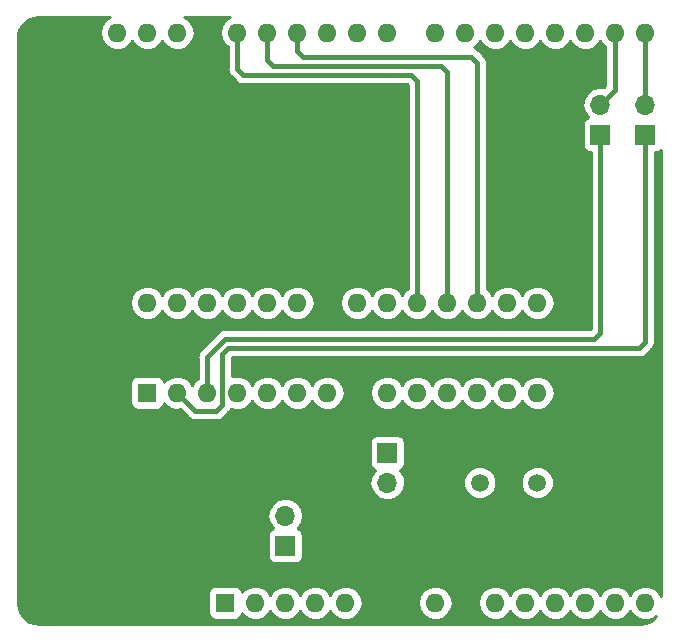
<source format=gbr>
G04 #@! TF.GenerationSoftware,KiCad,Pcbnew,(5.0.2)-1*
G04 #@! TF.CreationDate,2020-05-31T20:37:23-05:00*
G04 #@! TF.ProjectId,ATMEGABootloader_Hardware,41544d45-4741-4426-9f6f-746c6f616465,rev?*
G04 #@! TF.SameCoordinates,Original*
G04 #@! TF.FileFunction,Copper,L2,Bot*
G04 #@! TF.FilePolarity,Positive*
%FSLAX46Y46*%
G04 Gerber Fmt 4.6, Leading zero omitted, Abs format (unit mm)*
G04 Created by KiCad (PCBNEW (5.0.2)-1) date 5/31/2020 8:37:23 PM*
%MOMM*%
%LPD*%
G01*
G04 APERTURE LIST*
G04 #@! TA.AperFunction,ComponentPad*
%ADD10O,1.600000X1.600000*%
G04 #@! TD*
G04 #@! TA.AperFunction,ComponentPad*
%ADD11R,1.600000X1.600000*%
G04 #@! TD*
G04 #@! TA.AperFunction,ComponentPad*
%ADD12O,1.700000X1.700000*%
G04 #@! TD*
G04 #@! TA.AperFunction,ComponentPad*
%ADD13R,1.700000X1.700000*%
G04 #@! TD*
G04 #@! TA.AperFunction,ComponentPad*
%ADD14C,1.500000*%
G04 #@! TD*
G04 #@! TA.AperFunction,ViaPad*
%ADD15C,0.800000*%
G04 #@! TD*
G04 #@! TA.AperFunction,Conductor*
%ADD16C,0.381000*%
G04 #@! TD*
G04 #@! TA.AperFunction,Conductor*
%ADD17C,0.254000*%
G04 #@! TD*
G04 APERTURE END LIST*
D10*
G04 #@! TO.P,A1,32*
G04 #@! TO.N,Net-(A1-Pad32)*
X149860000Y-71120000D03*
G04 #@! TO.P,A1,31*
G04 #@! TO.N,Net-(A1-Pad31)*
X152400000Y-71120000D03*
D11*
G04 #@! TO.P,A1,1*
G04 #@! TO.N,Net-(A1-Pad1)*
X159000000Y-119380000D03*
D10*
G04 #@! TO.P,A1,17*
G04 #@! TO.N,Net-(A1-Pad17)*
X189480000Y-71120000D03*
G04 #@! TO.P,A1,2*
G04 #@! TO.N,Net-(A1-Pad2)*
X161540000Y-119380000D03*
G04 #@! TO.P,A1,18*
G04 #@! TO.N,Net-(A1-Pad18)*
X186940000Y-71120000D03*
G04 #@! TO.P,A1,3*
G04 #@! TO.N,Net-(A1-Pad3)*
X164080000Y-119380000D03*
G04 #@! TO.P,A1,19*
G04 #@! TO.N,Net-(A1-Pad19)*
X184400000Y-71120000D03*
G04 #@! TO.P,A1,4*
G04 #@! TO.N,Net-(A1-Pad4)*
X166620000Y-119380000D03*
G04 #@! TO.P,A1,20*
G04 #@! TO.N,Net-(A1-Pad20)*
X181860000Y-71120000D03*
G04 #@! TO.P,A1,5*
G04 #@! TO.N,+5V*
X169160000Y-119380000D03*
G04 #@! TO.P,A1,21*
G04 #@! TO.N,Net-(A1-Pad21)*
X179320000Y-71120000D03*
G04 #@! TO.P,A1,6*
G04 #@! TO.N,GND*
X171700000Y-119380000D03*
G04 #@! TO.P,A1,22*
G04 #@! TO.N,Net-(A1-Pad22)*
X176780000Y-71120000D03*
G04 #@! TO.P,A1,7*
G04 #@! TO.N,GND*
X174240000Y-119380000D03*
G04 #@! TO.P,A1,23*
G04 #@! TO.N,Net-(A1-Pad23)*
X172720000Y-71120000D03*
G04 #@! TO.P,A1,8*
G04 #@! TO.N,Net-(A1-Pad8)*
X176780000Y-119380000D03*
G04 #@! TO.P,A1,24*
G04 #@! TO.N,Net-(A1-Pad24)*
X170180000Y-71120000D03*
G04 #@! TO.P,A1,9*
G04 #@! TO.N,Net-(A1-Pad9)*
X181860000Y-119380000D03*
G04 #@! TO.P,A1,25*
G04 #@! TO.N,Rst*
X167640000Y-71120000D03*
G04 #@! TO.P,A1,10*
G04 #@! TO.N,Net-(A1-Pad10)*
X184400000Y-119380000D03*
G04 #@! TO.P,A1,26*
G04 #@! TO.N,D11*
X165100000Y-71120000D03*
G04 #@! TO.P,A1,11*
G04 #@! TO.N,Net-(A1-Pad11)*
X186940000Y-119380000D03*
G04 #@! TO.P,A1,27*
G04 #@! TO.N,D12*
X162560000Y-71120000D03*
G04 #@! TO.P,A1,12*
G04 #@! TO.N,Net-(A1-Pad12)*
X189480000Y-119380000D03*
G04 #@! TO.P,A1,28*
G04 #@! TO.N,D13*
X160020000Y-71120000D03*
G04 #@! TO.P,A1,13*
G04 #@! TO.N,Net-(A1-Pad13)*
X192020000Y-119380000D03*
G04 #@! TO.P,A1,29*
G04 #@! TO.N,GND*
X157480000Y-71120000D03*
G04 #@! TO.P,A1,14*
G04 #@! TO.N,Net-(A1-Pad14)*
X194560000Y-119380000D03*
G04 #@! TO.P,A1,30*
G04 #@! TO.N,Net-(A1-Pad30)*
X154940000Y-71120000D03*
G04 #@! TO.P,A1,15*
G04 #@! TO.N,Rx*
X194560000Y-71120000D03*
G04 #@! TO.P,A1,16*
G04 #@! TO.N,Tx*
X192020000Y-71120000D03*
G04 #@! TD*
D12*
G04 #@! TO.P,JP1,2*
G04 #@! TO.N,Rx*
X194564000Y-77216000D03*
D13*
G04 #@! TO.P,JP1,1*
G04 #@! TO.N,Net-(JP1-Pad1)*
X194564000Y-79756000D03*
G04 #@! TD*
G04 #@! TO.P,JP2,1*
G04 #@! TO.N,Net-(A1-Pad3)*
X164084000Y-114554000D03*
D12*
G04 #@! TO.P,JP2,2*
G04 #@! TO.N,Rst*
X164084000Y-112014000D03*
G04 #@! TD*
D13*
G04 #@! TO.P,JP3,1*
G04 #@! TO.N,Net-(JP3-Pad1)*
X172720000Y-106680000D03*
D12*
G04 #@! TO.P,JP3,2*
G04 #@! TO.N,Net-(C1-Pad2)*
X172720000Y-109220000D03*
G04 #@! TD*
D11*
G04 #@! TO.P,U1,1*
G04 #@! TO.N,Rst*
X152400000Y-101600000D03*
D10*
G04 #@! TO.P,U1,15*
G04 #@! TO.N,Net-(U1-Pad15)*
X185420000Y-93980000D03*
G04 #@! TO.P,U1,2*
G04 #@! TO.N,Net-(JP1-Pad1)*
X154940000Y-101600000D03*
G04 #@! TO.P,U1,16*
G04 #@! TO.N,Net-(U1-Pad16)*
X182880000Y-93980000D03*
G04 #@! TO.P,U1,3*
G04 #@! TO.N,Net-(JP4-Pad1)*
X157480000Y-101600000D03*
G04 #@! TO.P,U1,17*
G04 #@! TO.N,D11*
X180340000Y-93980000D03*
G04 #@! TO.P,U1,4*
G04 #@! TO.N,Net-(U1-Pad4)*
X160020000Y-101600000D03*
G04 #@! TO.P,U1,18*
G04 #@! TO.N,D12*
X177800000Y-93980000D03*
G04 #@! TO.P,U1,5*
G04 #@! TO.N,Net-(U1-Pad5)*
X162560000Y-101600000D03*
G04 #@! TO.P,U1,19*
G04 #@! TO.N,D13*
X175260000Y-93980000D03*
G04 #@! TO.P,U1,6*
G04 #@! TO.N,Net-(U1-Pad6)*
X165100000Y-101600000D03*
G04 #@! TO.P,U1,20*
G04 #@! TO.N,+5V*
X172720000Y-93980000D03*
G04 #@! TO.P,U1,7*
X167640000Y-101600000D03*
G04 #@! TO.P,U1,21*
G04 #@! TO.N,Net-(U1-Pad21)*
X170180000Y-93980000D03*
G04 #@! TO.P,U1,8*
G04 #@! TO.N,GND*
X170180000Y-101600000D03*
G04 #@! TO.P,U1,22*
X167640000Y-93980000D03*
G04 #@! TO.P,U1,9*
G04 #@! TO.N,Net-(JP3-Pad1)*
X172720000Y-101600000D03*
G04 #@! TO.P,U1,23*
G04 #@! TO.N,Net-(U1-Pad23)*
X165100000Y-93980000D03*
G04 #@! TO.P,U1,10*
G04 #@! TO.N,Net-(C2-Pad2)*
X175260000Y-101600000D03*
G04 #@! TO.P,U1,24*
G04 #@! TO.N,Net-(U1-Pad24)*
X162560000Y-93980000D03*
G04 #@! TO.P,U1,11*
G04 #@! TO.N,Net-(U1-Pad11)*
X177800000Y-101600000D03*
G04 #@! TO.P,U1,25*
G04 #@! TO.N,Net-(U1-Pad25)*
X160020000Y-93980000D03*
G04 #@! TO.P,U1,12*
G04 #@! TO.N,Net-(U1-Pad12)*
X180340000Y-101600000D03*
G04 #@! TO.P,U1,26*
G04 #@! TO.N,Net-(U1-Pad26)*
X157480000Y-93980000D03*
G04 #@! TO.P,U1,13*
G04 #@! TO.N,Net-(U1-Pad13)*
X182880000Y-101600000D03*
G04 #@! TO.P,U1,27*
G04 #@! TO.N,Net-(U1-Pad27)*
X154940000Y-93980000D03*
G04 #@! TO.P,U1,14*
G04 #@! TO.N,Net-(U1-Pad14)*
X185420000Y-101600000D03*
G04 #@! TO.P,U1,28*
G04 #@! TO.N,Net-(U1-Pad28)*
X152400000Y-93980000D03*
G04 #@! TD*
D14*
G04 #@! TO.P,Y1,1*
G04 #@! TO.N,Net-(C1-Pad2)*
X180540000Y-109220000D03*
G04 #@! TO.P,Y1,2*
G04 #@! TO.N,Net-(C2-Pad2)*
X185420000Y-109220000D03*
G04 #@! TD*
D13*
G04 #@! TO.P,JP4,1*
G04 #@! TO.N,Net-(JP4-Pad1)*
X190754000Y-79756000D03*
D12*
G04 #@! TO.P,JP4,2*
G04 #@! TO.N,Tx*
X190754000Y-77216000D03*
G04 #@! TD*
D15*
G04 #@! TO.N,GND*
X167132000Y-113284000D03*
G04 #@! TD*
D16*
G04 #@! TO.N,Rx*
X194560000Y-77212000D02*
X194564000Y-77216000D01*
X194560000Y-71120000D02*
X194560000Y-77212000D01*
G04 #@! TO.N,Tx*
X192020000Y-75950000D02*
X190754000Y-77216000D01*
X192020000Y-71120000D02*
X192020000Y-75950000D01*
G04 #@! TO.N,D11*
X165100000Y-72644000D02*
X165100000Y-71120000D01*
X165608000Y-73152000D02*
X165100000Y-72644000D01*
X179832000Y-73152000D02*
X165608000Y-73152000D01*
X180340000Y-93980000D02*
X180340000Y-73660000D01*
X180340000Y-73660000D02*
X179832000Y-73152000D01*
G04 #@! TO.N,D12*
X162560000Y-73406000D02*
X162560000Y-71120000D01*
X163068000Y-73914000D02*
X162560000Y-73406000D01*
X177292000Y-73914000D02*
X163068000Y-73914000D01*
X177800000Y-93980000D02*
X177800000Y-74422000D01*
X177800000Y-74422000D02*
X177292000Y-73914000D01*
G04 #@! TO.N,D13*
X160020000Y-74168000D02*
X160020000Y-71120000D01*
X160528000Y-74676000D02*
X160020000Y-74168000D01*
X174752000Y-74676000D02*
X160528000Y-74676000D01*
X175260000Y-93980000D02*
X175260000Y-75184000D01*
X175260000Y-75184000D02*
X174752000Y-74676000D01*
G04 #@! TO.N,Net-(JP4-Pad1)*
X159004000Y-97028000D02*
X157480000Y-98552000D01*
X157480000Y-98552000D02*
X157480000Y-101600000D01*
G04 #@! TO.N,Net-(JP1-Pad1)*
X194564000Y-97282000D02*
X194564000Y-80987000D01*
X194056000Y-97790000D02*
X194564000Y-97282000D01*
X194564000Y-80987000D02*
X194564000Y-79756000D01*
X154940000Y-101600000D02*
X156464000Y-103124000D01*
X156464000Y-103124000D02*
X158242000Y-103124000D01*
X158242000Y-103124000D02*
X158750000Y-102616000D01*
X158750000Y-102616000D02*
X158750000Y-98298000D01*
X158750000Y-98298000D02*
X159258000Y-97790000D01*
X159258000Y-97790000D02*
X194056000Y-97790000D01*
G04 #@! TO.N,Net-(JP4-Pad1)*
X190754000Y-96520000D02*
X190246000Y-97028000D01*
X190754000Y-79756000D02*
X190754000Y-96520000D01*
X190246000Y-97028000D02*
X159004000Y-97028000D01*
G04 #@! TD*
D17*
G04 #@! TO.N,GND*
G36*
X148825423Y-70085423D02*
X148508260Y-70560091D01*
X148396887Y-71120000D01*
X148508260Y-71679909D01*
X148825423Y-72154577D01*
X149300091Y-72471740D01*
X149718667Y-72555000D01*
X150001333Y-72555000D01*
X150419909Y-72471740D01*
X150894577Y-72154577D01*
X151130000Y-71802242D01*
X151365423Y-72154577D01*
X151840091Y-72471740D01*
X152258667Y-72555000D01*
X152541333Y-72555000D01*
X152959909Y-72471740D01*
X153434577Y-72154577D01*
X153670000Y-71802242D01*
X153905423Y-72154577D01*
X154380091Y-72471740D01*
X154798667Y-72555000D01*
X155081333Y-72555000D01*
X155499909Y-72471740D01*
X155974577Y-72154577D01*
X156291740Y-71679909D01*
X156403113Y-71120000D01*
X156291740Y-70560091D01*
X155974577Y-70085423D01*
X155544418Y-69798000D01*
X159415582Y-69798000D01*
X158985423Y-70085423D01*
X158668260Y-70560091D01*
X158556887Y-71120000D01*
X158668260Y-71679909D01*
X158985423Y-72154577D01*
X159194501Y-72294278D01*
X159194500Y-74086698D01*
X159178328Y-74168000D01*
X159194500Y-74249301D01*
X159194500Y-74249302D01*
X159242396Y-74490093D01*
X159424848Y-74763152D01*
X159493776Y-74809209D01*
X159886793Y-75202225D01*
X159932848Y-75271152D01*
X160205906Y-75453604D01*
X160446697Y-75501500D01*
X160446701Y-75501500D01*
X160527999Y-75517671D01*
X160609297Y-75501500D01*
X174410068Y-75501500D01*
X174434501Y-75525933D01*
X174434500Y-92805722D01*
X174225423Y-92945423D01*
X173990000Y-93297758D01*
X173754577Y-92945423D01*
X173279909Y-92628260D01*
X172861333Y-92545000D01*
X172578667Y-92545000D01*
X172160091Y-92628260D01*
X171685423Y-92945423D01*
X171450000Y-93297758D01*
X171214577Y-92945423D01*
X170739909Y-92628260D01*
X170321333Y-92545000D01*
X170038667Y-92545000D01*
X169620091Y-92628260D01*
X169145423Y-92945423D01*
X168828260Y-93420091D01*
X168716887Y-93980000D01*
X168828260Y-94539909D01*
X169145423Y-95014577D01*
X169620091Y-95331740D01*
X170038667Y-95415000D01*
X170321333Y-95415000D01*
X170739909Y-95331740D01*
X171214577Y-95014577D01*
X171450000Y-94662242D01*
X171685423Y-95014577D01*
X172160091Y-95331740D01*
X172578667Y-95415000D01*
X172861333Y-95415000D01*
X173279909Y-95331740D01*
X173754577Y-95014577D01*
X173990000Y-94662242D01*
X174225423Y-95014577D01*
X174700091Y-95331740D01*
X175118667Y-95415000D01*
X175401333Y-95415000D01*
X175819909Y-95331740D01*
X176294577Y-95014577D01*
X176530000Y-94662242D01*
X176765423Y-95014577D01*
X177240091Y-95331740D01*
X177658667Y-95415000D01*
X177941333Y-95415000D01*
X178359909Y-95331740D01*
X178834577Y-95014577D01*
X179070000Y-94662242D01*
X179305423Y-95014577D01*
X179780091Y-95331740D01*
X180198667Y-95415000D01*
X180481333Y-95415000D01*
X180899909Y-95331740D01*
X181374577Y-95014577D01*
X181610000Y-94662242D01*
X181845423Y-95014577D01*
X182320091Y-95331740D01*
X182738667Y-95415000D01*
X183021333Y-95415000D01*
X183439909Y-95331740D01*
X183914577Y-95014577D01*
X184150000Y-94662242D01*
X184385423Y-95014577D01*
X184860091Y-95331740D01*
X185278667Y-95415000D01*
X185561333Y-95415000D01*
X185979909Y-95331740D01*
X186454577Y-95014577D01*
X186771740Y-94539909D01*
X186883113Y-93980000D01*
X186771740Y-93420091D01*
X186454577Y-92945423D01*
X185979909Y-92628260D01*
X185561333Y-92545000D01*
X185278667Y-92545000D01*
X184860091Y-92628260D01*
X184385423Y-92945423D01*
X184150000Y-93297758D01*
X183914577Y-92945423D01*
X183439909Y-92628260D01*
X183021333Y-92545000D01*
X182738667Y-92545000D01*
X182320091Y-92628260D01*
X181845423Y-92945423D01*
X181610000Y-93297758D01*
X181374577Y-92945423D01*
X181165500Y-92805722D01*
X181165500Y-73741297D01*
X181181671Y-73659999D01*
X181165500Y-73578701D01*
X181165500Y-73578697D01*
X181117604Y-73337906D01*
X180935152Y-73064848D01*
X180866225Y-73018793D01*
X180473209Y-72625776D01*
X180427152Y-72556848D01*
X180154094Y-72374396D01*
X180055072Y-72354700D01*
X180354577Y-72154577D01*
X180590000Y-71802242D01*
X180825423Y-72154577D01*
X181300091Y-72471740D01*
X181718667Y-72555000D01*
X182001333Y-72555000D01*
X182419909Y-72471740D01*
X182894577Y-72154577D01*
X183130000Y-71802242D01*
X183365423Y-72154577D01*
X183840091Y-72471740D01*
X184258667Y-72555000D01*
X184541333Y-72555000D01*
X184959909Y-72471740D01*
X185434577Y-72154577D01*
X185670000Y-71802242D01*
X185905423Y-72154577D01*
X186380091Y-72471740D01*
X186798667Y-72555000D01*
X187081333Y-72555000D01*
X187499909Y-72471740D01*
X187974577Y-72154577D01*
X188210000Y-71802242D01*
X188445423Y-72154577D01*
X188920091Y-72471740D01*
X189338667Y-72555000D01*
X189621333Y-72555000D01*
X190039909Y-72471740D01*
X190514577Y-72154577D01*
X190750000Y-71802242D01*
X190985423Y-72154577D01*
X191194500Y-72294278D01*
X191194501Y-75608066D01*
X191043144Y-75759422D01*
X190900256Y-75731000D01*
X190607744Y-75731000D01*
X190174582Y-75817161D01*
X189683375Y-76145375D01*
X189355161Y-76636582D01*
X189239908Y-77216000D01*
X189355161Y-77795418D01*
X189683375Y-78286625D01*
X189701619Y-78298816D01*
X189656235Y-78307843D01*
X189446191Y-78448191D01*
X189305843Y-78658235D01*
X189256560Y-78906000D01*
X189256560Y-80606000D01*
X189305843Y-80853765D01*
X189446191Y-81063809D01*
X189656235Y-81204157D01*
X189904000Y-81253440D01*
X189928500Y-81253440D01*
X189928501Y-96178067D01*
X189904068Y-96202500D01*
X159085297Y-96202500D01*
X159003999Y-96186329D01*
X158922701Y-96202500D01*
X158922697Y-96202500D01*
X158681906Y-96250396D01*
X158681904Y-96250397D01*
X158681905Y-96250397D01*
X158477772Y-96386794D01*
X158477771Y-96386795D01*
X158408848Y-96432848D01*
X158362795Y-96501771D01*
X156953777Y-97910791D01*
X156884848Y-97956848D01*
X156702396Y-98229907D01*
X156654500Y-98470697D01*
X156638328Y-98552000D01*
X156654500Y-98633302D01*
X156654501Y-100425722D01*
X156445423Y-100565423D01*
X156210000Y-100917758D01*
X155974577Y-100565423D01*
X155499909Y-100248260D01*
X155081333Y-100165000D01*
X154798667Y-100165000D01*
X154380091Y-100248260D01*
X153905423Y-100565423D01*
X153824785Y-100686106D01*
X153798157Y-100552235D01*
X153657809Y-100342191D01*
X153447765Y-100201843D01*
X153200000Y-100152560D01*
X151600000Y-100152560D01*
X151352235Y-100201843D01*
X151142191Y-100342191D01*
X151001843Y-100552235D01*
X150952560Y-100800000D01*
X150952560Y-102400000D01*
X151001843Y-102647765D01*
X151142191Y-102857809D01*
X151352235Y-102998157D01*
X151600000Y-103047440D01*
X153200000Y-103047440D01*
X153447765Y-102998157D01*
X153657809Y-102857809D01*
X153798157Y-102647765D01*
X153824785Y-102513894D01*
X153905423Y-102634577D01*
X154380091Y-102951740D01*
X154798667Y-103035000D01*
X155081333Y-103035000D01*
X155186623Y-103014056D01*
X155822795Y-103650229D01*
X155868848Y-103719152D01*
X155937771Y-103765205D01*
X155937772Y-103765206D01*
X156040331Y-103833733D01*
X156141906Y-103901604D01*
X156382697Y-103949500D01*
X156382701Y-103949500D01*
X156463999Y-103965671D01*
X156545297Y-103949500D01*
X158160699Y-103949500D01*
X158242000Y-103965672D01*
X158323301Y-103949500D01*
X158323303Y-103949500D01*
X158564094Y-103901604D01*
X158837152Y-103719152D01*
X158883209Y-103650224D01*
X159276226Y-103257207D01*
X159345152Y-103211152D01*
X159511635Y-102961993D01*
X159878667Y-103035000D01*
X160161333Y-103035000D01*
X160579909Y-102951740D01*
X161054577Y-102634577D01*
X161290000Y-102282242D01*
X161525423Y-102634577D01*
X162000091Y-102951740D01*
X162418667Y-103035000D01*
X162701333Y-103035000D01*
X163119909Y-102951740D01*
X163594577Y-102634577D01*
X163830000Y-102282242D01*
X164065423Y-102634577D01*
X164540091Y-102951740D01*
X164958667Y-103035000D01*
X165241333Y-103035000D01*
X165659909Y-102951740D01*
X166134577Y-102634577D01*
X166370000Y-102282242D01*
X166605423Y-102634577D01*
X167080091Y-102951740D01*
X167498667Y-103035000D01*
X167781333Y-103035000D01*
X168199909Y-102951740D01*
X168674577Y-102634577D01*
X168991740Y-102159909D01*
X169103113Y-101600000D01*
X171256887Y-101600000D01*
X171368260Y-102159909D01*
X171685423Y-102634577D01*
X172160091Y-102951740D01*
X172578667Y-103035000D01*
X172861333Y-103035000D01*
X173279909Y-102951740D01*
X173754577Y-102634577D01*
X173990000Y-102282242D01*
X174225423Y-102634577D01*
X174700091Y-102951740D01*
X175118667Y-103035000D01*
X175401333Y-103035000D01*
X175819909Y-102951740D01*
X176294577Y-102634577D01*
X176530000Y-102282242D01*
X176765423Y-102634577D01*
X177240091Y-102951740D01*
X177658667Y-103035000D01*
X177941333Y-103035000D01*
X178359909Y-102951740D01*
X178834577Y-102634577D01*
X179070000Y-102282242D01*
X179305423Y-102634577D01*
X179780091Y-102951740D01*
X180198667Y-103035000D01*
X180481333Y-103035000D01*
X180899909Y-102951740D01*
X181374577Y-102634577D01*
X181610000Y-102282242D01*
X181845423Y-102634577D01*
X182320091Y-102951740D01*
X182738667Y-103035000D01*
X183021333Y-103035000D01*
X183439909Y-102951740D01*
X183914577Y-102634577D01*
X184150000Y-102282242D01*
X184385423Y-102634577D01*
X184860091Y-102951740D01*
X185278667Y-103035000D01*
X185561333Y-103035000D01*
X185979909Y-102951740D01*
X186454577Y-102634577D01*
X186771740Y-102159909D01*
X186883113Y-101600000D01*
X186771740Y-101040091D01*
X186454577Y-100565423D01*
X185979909Y-100248260D01*
X185561333Y-100165000D01*
X185278667Y-100165000D01*
X184860091Y-100248260D01*
X184385423Y-100565423D01*
X184150000Y-100917758D01*
X183914577Y-100565423D01*
X183439909Y-100248260D01*
X183021333Y-100165000D01*
X182738667Y-100165000D01*
X182320091Y-100248260D01*
X181845423Y-100565423D01*
X181610000Y-100917758D01*
X181374577Y-100565423D01*
X180899909Y-100248260D01*
X180481333Y-100165000D01*
X180198667Y-100165000D01*
X179780091Y-100248260D01*
X179305423Y-100565423D01*
X179070000Y-100917758D01*
X178834577Y-100565423D01*
X178359909Y-100248260D01*
X177941333Y-100165000D01*
X177658667Y-100165000D01*
X177240091Y-100248260D01*
X176765423Y-100565423D01*
X176530000Y-100917758D01*
X176294577Y-100565423D01*
X175819909Y-100248260D01*
X175401333Y-100165000D01*
X175118667Y-100165000D01*
X174700091Y-100248260D01*
X174225423Y-100565423D01*
X173990000Y-100917758D01*
X173754577Y-100565423D01*
X173279909Y-100248260D01*
X172861333Y-100165000D01*
X172578667Y-100165000D01*
X172160091Y-100248260D01*
X171685423Y-100565423D01*
X171368260Y-101040091D01*
X171256887Y-101600000D01*
X169103113Y-101600000D01*
X168991740Y-101040091D01*
X168674577Y-100565423D01*
X168199909Y-100248260D01*
X167781333Y-100165000D01*
X167498667Y-100165000D01*
X167080091Y-100248260D01*
X166605423Y-100565423D01*
X166370000Y-100917758D01*
X166134577Y-100565423D01*
X165659909Y-100248260D01*
X165241333Y-100165000D01*
X164958667Y-100165000D01*
X164540091Y-100248260D01*
X164065423Y-100565423D01*
X163830000Y-100917758D01*
X163594577Y-100565423D01*
X163119909Y-100248260D01*
X162701333Y-100165000D01*
X162418667Y-100165000D01*
X162000091Y-100248260D01*
X161525423Y-100565423D01*
X161290000Y-100917758D01*
X161054577Y-100565423D01*
X160579909Y-100248260D01*
X160161333Y-100165000D01*
X159878667Y-100165000D01*
X159575500Y-100225304D01*
X159575500Y-98639932D01*
X159599933Y-98615500D01*
X193974699Y-98615500D01*
X194056000Y-98631672D01*
X194137301Y-98615500D01*
X194137303Y-98615500D01*
X194378094Y-98567604D01*
X194651152Y-98385152D01*
X194697209Y-98316224D01*
X195090226Y-97923207D01*
X195159152Y-97877152D01*
X195341604Y-97604094D01*
X195389500Y-97363303D01*
X195389500Y-97363299D01*
X195405671Y-97282001D01*
X195389500Y-97200703D01*
X195389500Y-81253440D01*
X195414000Y-81253440D01*
X195661765Y-81204157D01*
X195871809Y-81063809D01*
X195886001Y-81042570D01*
X195886000Y-118781568D01*
X195594577Y-118345423D01*
X195119909Y-118028260D01*
X194701333Y-117945000D01*
X194418667Y-117945000D01*
X194000091Y-118028260D01*
X193525423Y-118345423D01*
X193290000Y-118697758D01*
X193054577Y-118345423D01*
X192579909Y-118028260D01*
X192161333Y-117945000D01*
X191878667Y-117945000D01*
X191460091Y-118028260D01*
X190985423Y-118345423D01*
X190750000Y-118697758D01*
X190514577Y-118345423D01*
X190039909Y-118028260D01*
X189621333Y-117945000D01*
X189338667Y-117945000D01*
X188920091Y-118028260D01*
X188445423Y-118345423D01*
X188210000Y-118697758D01*
X187974577Y-118345423D01*
X187499909Y-118028260D01*
X187081333Y-117945000D01*
X186798667Y-117945000D01*
X186380091Y-118028260D01*
X185905423Y-118345423D01*
X185670000Y-118697758D01*
X185434577Y-118345423D01*
X184959909Y-118028260D01*
X184541333Y-117945000D01*
X184258667Y-117945000D01*
X183840091Y-118028260D01*
X183365423Y-118345423D01*
X183130000Y-118697758D01*
X182894577Y-118345423D01*
X182419909Y-118028260D01*
X182001333Y-117945000D01*
X181718667Y-117945000D01*
X181300091Y-118028260D01*
X180825423Y-118345423D01*
X180508260Y-118820091D01*
X180396887Y-119380000D01*
X180508260Y-119939909D01*
X180825423Y-120414577D01*
X181300091Y-120731740D01*
X181718667Y-120815000D01*
X182001333Y-120815000D01*
X182419909Y-120731740D01*
X182894577Y-120414577D01*
X183130000Y-120062242D01*
X183365423Y-120414577D01*
X183840091Y-120731740D01*
X184258667Y-120815000D01*
X184541333Y-120815000D01*
X184959909Y-120731740D01*
X185434577Y-120414577D01*
X185670000Y-120062242D01*
X185905423Y-120414577D01*
X186380091Y-120731740D01*
X186798667Y-120815000D01*
X187081333Y-120815000D01*
X187499909Y-120731740D01*
X187974577Y-120414577D01*
X188210000Y-120062242D01*
X188445423Y-120414577D01*
X188920091Y-120731740D01*
X189338667Y-120815000D01*
X189621333Y-120815000D01*
X190039909Y-120731740D01*
X190514577Y-120414577D01*
X190750000Y-120062242D01*
X190985423Y-120414577D01*
X191460091Y-120731740D01*
X191878667Y-120815000D01*
X192161333Y-120815000D01*
X192579909Y-120731740D01*
X193054577Y-120414577D01*
X193290000Y-120062242D01*
X193525423Y-120414577D01*
X194000091Y-120731740D01*
X194418667Y-120815000D01*
X194701333Y-120815000D01*
X195119909Y-120731740D01*
X195491585Y-120483394D01*
X195385899Y-120628859D01*
X195033541Y-120920355D01*
X194619756Y-121115067D01*
X194137339Y-121207093D01*
X194044836Y-121210000D01*
X143300667Y-121210000D01*
X142802301Y-121147042D01*
X142377111Y-120978697D01*
X142007141Y-120709899D01*
X141715645Y-120357541D01*
X141520933Y-119943756D01*
X141428907Y-119461339D01*
X141426000Y-119368836D01*
X141426000Y-118580000D01*
X157552560Y-118580000D01*
X157552560Y-120180000D01*
X157601843Y-120427765D01*
X157742191Y-120637809D01*
X157952235Y-120778157D01*
X158200000Y-120827440D01*
X159800000Y-120827440D01*
X160047765Y-120778157D01*
X160257809Y-120637809D01*
X160398157Y-120427765D01*
X160424785Y-120293894D01*
X160505423Y-120414577D01*
X160980091Y-120731740D01*
X161398667Y-120815000D01*
X161681333Y-120815000D01*
X162099909Y-120731740D01*
X162574577Y-120414577D01*
X162810000Y-120062242D01*
X163045423Y-120414577D01*
X163520091Y-120731740D01*
X163938667Y-120815000D01*
X164221333Y-120815000D01*
X164639909Y-120731740D01*
X165114577Y-120414577D01*
X165350000Y-120062242D01*
X165585423Y-120414577D01*
X166060091Y-120731740D01*
X166478667Y-120815000D01*
X166761333Y-120815000D01*
X167179909Y-120731740D01*
X167654577Y-120414577D01*
X167890000Y-120062242D01*
X168125423Y-120414577D01*
X168600091Y-120731740D01*
X169018667Y-120815000D01*
X169301333Y-120815000D01*
X169719909Y-120731740D01*
X170194577Y-120414577D01*
X170511740Y-119939909D01*
X170623113Y-119380000D01*
X175316887Y-119380000D01*
X175428260Y-119939909D01*
X175745423Y-120414577D01*
X176220091Y-120731740D01*
X176638667Y-120815000D01*
X176921333Y-120815000D01*
X177339909Y-120731740D01*
X177814577Y-120414577D01*
X178131740Y-119939909D01*
X178243113Y-119380000D01*
X178131740Y-118820091D01*
X177814577Y-118345423D01*
X177339909Y-118028260D01*
X176921333Y-117945000D01*
X176638667Y-117945000D01*
X176220091Y-118028260D01*
X175745423Y-118345423D01*
X175428260Y-118820091D01*
X175316887Y-119380000D01*
X170623113Y-119380000D01*
X170511740Y-118820091D01*
X170194577Y-118345423D01*
X169719909Y-118028260D01*
X169301333Y-117945000D01*
X169018667Y-117945000D01*
X168600091Y-118028260D01*
X168125423Y-118345423D01*
X167890000Y-118697758D01*
X167654577Y-118345423D01*
X167179909Y-118028260D01*
X166761333Y-117945000D01*
X166478667Y-117945000D01*
X166060091Y-118028260D01*
X165585423Y-118345423D01*
X165350000Y-118697758D01*
X165114577Y-118345423D01*
X164639909Y-118028260D01*
X164221333Y-117945000D01*
X163938667Y-117945000D01*
X163520091Y-118028260D01*
X163045423Y-118345423D01*
X162810000Y-118697758D01*
X162574577Y-118345423D01*
X162099909Y-118028260D01*
X161681333Y-117945000D01*
X161398667Y-117945000D01*
X160980091Y-118028260D01*
X160505423Y-118345423D01*
X160424785Y-118466106D01*
X160398157Y-118332235D01*
X160257809Y-118122191D01*
X160047765Y-117981843D01*
X159800000Y-117932560D01*
X158200000Y-117932560D01*
X157952235Y-117981843D01*
X157742191Y-118122191D01*
X157601843Y-118332235D01*
X157552560Y-118580000D01*
X141426000Y-118580000D01*
X141426000Y-112014000D01*
X162569908Y-112014000D01*
X162685161Y-112593418D01*
X163013375Y-113084625D01*
X163031619Y-113096816D01*
X162986235Y-113105843D01*
X162776191Y-113246191D01*
X162635843Y-113456235D01*
X162586560Y-113704000D01*
X162586560Y-115404000D01*
X162635843Y-115651765D01*
X162776191Y-115861809D01*
X162986235Y-116002157D01*
X163234000Y-116051440D01*
X164934000Y-116051440D01*
X165181765Y-116002157D01*
X165391809Y-115861809D01*
X165532157Y-115651765D01*
X165581440Y-115404000D01*
X165581440Y-113704000D01*
X165532157Y-113456235D01*
X165391809Y-113246191D01*
X165181765Y-113105843D01*
X165136381Y-113096816D01*
X165154625Y-113084625D01*
X165482839Y-112593418D01*
X165598092Y-112014000D01*
X165482839Y-111434582D01*
X165154625Y-110943375D01*
X164663418Y-110615161D01*
X164230256Y-110529000D01*
X163937744Y-110529000D01*
X163504582Y-110615161D01*
X163013375Y-110943375D01*
X162685161Y-111434582D01*
X162569908Y-112014000D01*
X141426000Y-112014000D01*
X141426000Y-109220000D01*
X171205908Y-109220000D01*
X171321161Y-109799418D01*
X171649375Y-110290625D01*
X172140582Y-110618839D01*
X172573744Y-110705000D01*
X172866256Y-110705000D01*
X173299418Y-110618839D01*
X173790625Y-110290625D01*
X174118839Y-109799418D01*
X174234092Y-109220000D01*
X174179294Y-108944506D01*
X179155000Y-108944506D01*
X179155000Y-109495494D01*
X179365853Y-110004540D01*
X179755460Y-110394147D01*
X180264506Y-110605000D01*
X180815494Y-110605000D01*
X181324540Y-110394147D01*
X181714147Y-110004540D01*
X181925000Y-109495494D01*
X181925000Y-108944506D01*
X184035000Y-108944506D01*
X184035000Y-109495494D01*
X184245853Y-110004540D01*
X184635460Y-110394147D01*
X185144506Y-110605000D01*
X185695494Y-110605000D01*
X186204540Y-110394147D01*
X186594147Y-110004540D01*
X186805000Y-109495494D01*
X186805000Y-108944506D01*
X186594147Y-108435460D01*
X186204540Y-108045853D01*
X185695494Y-107835000D01*
X185144506Y-107835000D01*
X184635460Y-108045853D01*
X184245853Y-108435460D01*
X184035000Y-108944506D01*
X181925000Y-108944506D01*
X181714147Y-108435460D01*
X181324540Y-108045853D01*
X180815494Y-107835000D01*
X180264506Y-107835000D01*
X179755460Y-108045853D01*
X179365853Y-108435460D01*
X179155000Y-108944506D01*
X174179294Y-108944506D01*
X174118839Y-108640582D01*
X173790625Y-108149375D01*
X173772381Y-108137184D01*
X173817765Y-108128157D01*
X174027809Y-107987809D01*
X174168157Y-107777765D01*
X174217440Y-107530000D01*
X174217440Y-105830000D01*
X174168157Y-105582235D01*
X174027809Y-105372191D01*
X173817765Y-105231843D01*
X173570000Y-105182560D01*
X171870000Y-105182560D01*
X171622235Y-105231843D01*
X171412191Y-105372191D01*
X171271843Y-105582235D01*
X171222560Y-105830000D01*
X171222560Y-107530000D01*
X171271843Y-107777765D01*
X171412191Y-107987809D01*
X171622235Y-108128157D01*
X171667619Y-108137184D01*
X171649375Y-108149375D01*
X171321161Y-108640582D01*
X171205908Y-109220000D01*
X141426000Y-109220000D01*
X141426000Y-93980000D01*
X150936887Y-93980000D01*
X151048260Y-94539909D01*
X151365423Y-95014577D01*
X151840091Y-95331740D01*
X152258667Y-95415000D01*
X152541333Y-95415000D01*
X152959909Y-95331740D01*
X153434577Y-95014577D01*
X153670000Y-94662242D01*
X153905423Y-95014577D01*
X154380091Y-95331740D01*
X154798667Y-95415000D01*
X155081333Y-95415000D01*
X155499909Y-95331740D01*
X155974577Y-95014577D01*
X156210000Y-94662242D01*
X156445423Y-95014577D01*
X156920091Y-95331740D01*
X157338667Y-95415000D01*
X157621333Y-95415000D01*
X158039909Y-95331740D01*
X158514577Y-95014577D01*
X158750000Y-94662242D01*
X158985423Y-95014577D01*
X159460091Y-95331740D01*
X159878667Y-95415000D01*
X160161333Y-95415000D01*
X160579909Y-95331740D01*
X161054577Y-95014577D01*
X161290000Y-94662242D01*
X161525423Y-95014577D01*
X162000091Y-95331740D01*
X162418667Y-95415000D01*
X162701333Y-95415000D01*
X163119909Y-95331740D01*
X163594577Y-95014577D01*
X163830000Y-94662242D01*
X164065423Y-95014577D01*
X164540091Y-95331740D01*
X164958667Y-95415000D01*
X165241333Y-95415000D01*
X165659909Y-95331740D01*
X166134577Y-95014577D01*
X166451740Y-94539909D01*
X166563113Y-93980000D01*
X166451740Y-93420091D01*
X166134577Y-92945423D01*
X165659909Y-92628260D01*
X165241333Y-92545000D01*
X164958667Y-92545000D01*
X164540091Y-92628260D01*
X164065423Y-92945423D01*
X163830000Y-93297758D01*
X163594577Y-92945423D01*
X163119909Y-92628260D01*
X162701333Y-92545000D01*
X162418667Y-92545000D01*
X162000091Y-92628260D01*
X161525423Y-92945423D01*
X161290000Y-93297758D01*
X161054577Y-92945423D01*
X160579909Y-92628260D01*
X160161333Y-92545000D01*
X159878667Y-92545000D01*
X159460091Y-92628260D01*
X158985423Y-92945423D01*
X158750000Y-93297758D01*
X158514577Y-92945423D01*
X158039909Y-92628260D01*
X157621333Y-92545000D01*
X157338667Y-92545000D01*
X156920091Y-92628260D01*
X156445423Y-92945423D01*
X156210000Y-93297758D01*
X155974577Y-92945423D01*
X155499909Y-92628260D01*
X155081333Y-92545000D01*
X154798667Y-92545000D01*
X154380091Y-92628260D01*
X153905423Y-92945423D01*
X153670000Y-93297758D01*
X153434577Y-92945423D01*
X152959909Y-92628260D01*
X152541333Y-92545000D01*
X152258667Y-92545000D01*
X151840091Y-92628260D01*
X151365423Y-92945423D01*
X151048260Y-93420091D01*
X150936887Y-93980000D01*
X141426000Y-93980000D01*
X141426000Y-71672666D01*
X141488958Y-71174302D01*
X141657305Y-70749107D01*
X141926101Y-70379142D01*
X142278462Y-70087644D01*
X142692244Y-69892933D01*
X143174662Y-69800907D01*
X143267164Y-69798000D01*
X149255582Y-69798000D01*
X148825423Y-70085423D01*
X148825423Y-70085423D01*
G37*
X148825423Y-70085423D02*
X148508260Y-70560091D01*
X148396887Y-71120000D01*
X148508260Y-71679909D01*
X148825423Y-72154577D01*
X149300091Y-72471740D01*
X149718667Y-72555000D01*
X150001333Y-72555000D01*
X150419909Y-72471740D01*
X150894577Y-72154577D01*
X151130000Y-71802242D01*
X151365423Y-72154577D01*
X151840091Y-72471740D01*
X152258667Y-72555000D01*
X152541333Y-72555000D01*
X152959909Y-72471740D01*
X153434577Y-72154577D01*
X153670000Y-71802242D01*
X153905423Y-72154577D01*
X154380091Y-72471740D01*
X154798667Y-72555000D01*
X155081333Y-72555000D01*
X155499909Y-72471740D01*
X155974577Y-72154577D01*
X156291740Y-71679909D01*
X156403113Y-71120000D01*
X156291740Y-70560091D01*
X155974577Y-70085423D01*
X155544418Y-69798000D01*
X159415582Y-69798000D01*
X158985423Y-70085423D01*
X158668260Y-70560091D01*
X158556887Y-71120000D01*
X158668260Y-71679909D01*
X158985423Y-72154577D01*
X159194501Y-72294278D01*
X159194500Y-74086698D01*
X159178328Y-74168000D01*
X159194500Y-74249301D01*
X159194500Y-74249302D01*
X159242396Y-74490093D01*
X159424848Y-74763152D01*
X159493776Y-74809209D01*
X159886793Y-75202225D01*
X159932848Y-75271152D01*
X160205906Y-75453604D01*
X160446697Y-75501500D01*
X160446701Y-75501500D01*
X160527999Y-75517671D01*
X160609297Y-75501500D01*
X174410068Y-75501500D01*
X174434501Y-75525933D01*
X174434500Y-92805722D01*
X174225423Y-92945423D01*
X173990000Y-93297758D01*
X173754577Y-92945423D01*
X173279909Y-92628260D01*
X172861333Y-92545000D01*
X172578667Y-92545000D01*
X172160091Y-92628260D01*
X171685423Y-92945423D01*
X171450000Y-93297758D01*
X171214577Y-92945423D01*
X170739909Y-92628260D01*
X170321333Y-92545000D01*
X170038667Y-92545000D01*
X169620091Y-92628260D01*
X169145423Y-92945423D01*
X168828260Y-93420091D01*
X168716887Y-93980000D01*
X168828260Y-94539909D01*
X169145423Y-95014577D01*
X169620091Y-95331740D01*
X170038667Y-95415000D01*
X170321333Y-95415000D01*
X170739909Y-95331740D01*
X171214577Y-95014577D01*
X171450000Y-94662242D01*
X171685423Y-95014577D01*
X172160091Y-95331740D01*
X172578667Y-95415000D01*
X172861333Y-95415000D01*
X173279909Y-95331740D01*
X173754577Y-95014577D01*
X173990000Y-94662242D01*
X174225423Y-95014577D01*
X174700091Y-95331740D01*
X175118667Y-95415000D01*
X175401333Y-95415000D01*
X175819909Y-95331740D01*
X176294577Y-95014577D01*
X176530000Y-94662242D01*
X176765423Y-95014577D01*
X177240091Y-95331740D01*
X177658667Y-95415000D01*
X177941333Y-95415000D01*
X178359909Y-95331740D01*
X178834577Y-95014577D01*
X179070000Y-94662242D01*
X179305423Y-95014577D01*
X179780091Y-95331740D01*
X180198667Y-95415000D01*
X180481333Y-95415000D01*
X180899909Y-95331740D01*
X181374577Y-95014577D01*
X181610000Y-94662242D01*
X181845423Y-95014577D01*
X182320091Y-95331740D01*
X182738667Y-95415000D01*
X183021333Y-95415000D01*
X183439909Y-95331740D01*
X183914577Y-95014577D01*
X184150000Y-94662242D01*
X184385423Y-95014577D01*
X184860091Y-95331740D01*
X185278667Y-95415000D01*
X185561333Y-95415000D01*
X185979909Y-95331740D01*
X186454577Y-95014577D01*
X186771740Y-94539909D01*
X186883113Y-93980000D01*
X186771740Y-93420091D01*
X186454577Y-92945423D01*
X185979909Y-92628260D01*
X185561333Y-92545000D01*
X185278667Y-92545000D01*
X184860091Y-92628260D01*
X184385423Y-92945423D01*
X184150000Y-93297758D01*
X183914577Y-92945423D01*
X183439909Y-92628260D01*
X183021333Y-92545000D01*
X182738667Y-92545000D01*
X182320091Y-92628260D01*
X181845423Y-92945423D01*
X181610000Y-93297758D01*
X181374577Y-92945423D01*
X181165500Y-92805722D01*
X181165500Y-73741297D01*
X181181671Y-73659999D01*
X181165500Y-73578701D01*
X181165500Y-73578697D01*
X181117604Y-73337906D01*
X180935152Y-73064848D01*
X180866225Y-73018793D01*
X180473209Y-72625776D01*
X180427152Y-72556848D01*
X180154094Y-72374396D01*
X180055072Y-72354700D01*
X180354577Y-72154577D01*
X180590000Y-71802242D01*
X180825423Y-72154577D01*
X181300091Y-72471740D01*
X181718667Y-72555000D01*
X182001333Y-72555000D01*
X182419909Y-72471740D01*
X182894577Y-72154577D01*
X183130000Y-71802242D01*
X183365423Y-72154577D01*
X183840091Y-72471740D01*
X184258667Y-72555000D01*
X184541333Y-72555000D01*
X184959909Y-72471740D01*
X185434577Y-72154577D01*
X185670000Y-71802242D01*
X185905423Y-72154577D01*
X186380091Y-72471740D01*
X186798667Y-72555000D01*
X187081333Y-72555000D01*
X187499909Y-72471740D01*
X187974577Y-72154577D01*
X188210000Y-71802242D01*
X188445423Y-72154577D01*
X188920091Y-72471740D01*
X189338667Y-72555000D01*
X189621333Y-72555000D01*
X190039909Y-72471740D01*
X190514577Y-72154577D01*
X190750000Y-71802242D01*
X190985423Y-72154577D01*
X191194500Y-72294278D01*
X191194501Y-75608066D01*
X191043144Y-75759422D01*
X190900256Y-75731000D01*
X190607744Y-75731000D01*
X190174582Y-75817161D01*
X189683375Y-76145375D01*
X189355161Y-76636582D01*
X189239908Y-77216000D01*
X189355161Y-77795418D01*
X189683375Y-78286625D01*
X189701619Y-78298816D01*
X189656235Y-78307843D01*
X189446191Y-78448191D01*
X189305843Y-78658235D01*
X189256560Y-78906000D01*
X189256560Y-80606000D01*
X189305843Y-80853765D01*
X189446191Y-81063809D01*
X189656235Y-81204157D01*
X189904000Y-81253440D01*
X189928500Y-81253440D01*
X189928501Y-96178067D01*
X189904068Y-96202500D01*
X159085297Y-96202500D01*
X159003999Y-96186329D01*
X158922701Y-96202500D01*
X158922697Y-96202500D01*
X158681906Y-96250396D01*
X158681904Y-96250397D01*
X158681905Y-96250397D01*
X158477772Y-96386794D01*
X158477771Y-96386795D01*
X158408848Y-96432848D01*
X158362795Y-96501771D01*
X156953777Y-97910791D01*
X156884848Y-97956848D01*
X156702396Y-98229907D01*
X156654500Y-98470697D01*
X156638328Y-98552000D01*
X156654500Y-98633302D01*
X156654501Y-100425722D01*
X156445423Y-100565423D01*
X156210000Y-100917758D01*
X155974577Y-100565423D01*
X155499909Y-100248260D01*
X155081333Y-100165000D01*
X154798667Y-100165000D01*
X154380091Y-100248260D01*
X153905423Y-100565423D01*
X153824785Y-100686106D01*
X153798157Y-100552235D01*
X153657809Y-100342191D01*
X153447765Y-100201843D01*
X153200000Y-100152560D01*
X151600000Y-100152560D01*
X151352235Y-100201843D01*
X151142191Y-100342191D01*
X151001843Y-100552235D01*
X150952560Y-100800000D01*
X150952560Y-102400000D01*
X151001843Y-102647765D01*
X151142191Y-102857809D01*
X151352235Y-102998157D01*
X151600000Y-103047440D01*
X153200000Y-103047440D01*
X153447765Y-102998157D01*
X153657809Y-102857809D01*
X153798157Y-102647765D01*
X153824785Y-102513894D01*
X153905423Y-102634577D01*
X154380091Y-102951740D01*
X154798667Y-103035000D01*
X155081333Y-103035000D01*
X155186623Y-103014056D01*
X155822795Y-103650229D01*
X155868848Y-103719152D01*
X155937771Y-103765205D01*
X155937772Y-103765206D01*
X156040331Y-103833733D01*
X156141906Y-103901604D01*
X156382697Y-103949500D01*
X156382701Y-103949500D01*
X156463999Y-103965671D01*
X156545297Y-103949500D01*
X158160699Y-103949500D01*
X158242000Y-103965672D01*
X158323301Y-103949500D01*
X158323303Y-103949500D01*
X158564094Y-103901604D01*
X158837152Y-103719152D01*
X158883209Y-103650224D01*
X159276226Y-103257207D01*
X159345152Y-103211152D01*
X159511635Y-102961993D01*
X159878667Y-103035000D01*
X160161333Y-103035000D01*
X160579909Y-102951740D01*
X161054577Y-102634577D01*
X161290000Y-102282242D01*
X161525423Y-102634577D01*
X162000091Y-102951740D01*
X162418667Y-103035000D01*
X162701333Y-103035000D01*
X163119909Y-102951740D01*
X163594577Y-102634577D01*
X163830000Y-102282242D01*
X164065423Y-102634577D01*
X164540091Y-102951740D01*
X164958667Y-103035000D01*
X165241333Y-103035000D01*
X165659909Y-102951740D01*
X166134577Y-102634577D01*
X166370000Y-102282242D01*
X166605423Y-102634577D01*
X167080091Y-102951740D01*
X167498667Y-103035000D01*
X167781333Y-103035000D01*
X168199909Y-102951740D01*
X168674577Y-102634577D01*
X168991740Y-102159909D01*
X169103113Y-101600000D01*
X171256887Y-101600000D01*
X171368260Y-102159909D01*
X171685423Y-102634577D01*
X172160091Y-102951740D01*
X172578667Y-103035000D01*
X172861333Y-103035000D01*
X173279909Y-102951740D01*
X173754577Y-102634577D01*
X173990000Y-102282242D01*
X174225423Y-102634577D01*
X174700091Y-102951740D01*
X175118667Y-103035000D01*
X175401333Y-103035000D01*
X175819909Y-102951740D01*
X176294577Y-102634577D01*
X176530000Y-102282242D01*
X176765423Y-102634577D01*
X177240091Y-102951740D01*
X177658667Y-103035000D01*
X177941333Y-103035000D01*
X178359909Y-102951740D01*
X178834577Y-102634577D01*
X179070000Y-102282242D01*
X179305423Y-102634577D01*
X179780091Y-102951740D01*
X180198667Y-103035000D01*
X180481333Y-103035000D01*
X180899909Y-102951740D01*
X181374577Y-102634577D01*
X181610000Y-102282242D01*
X181845423Y-102634577D01*
X182320091Y-102951740D01*
X182738667Y-103035000D01*
X183021333Y-103035000D01*
X183439909Y-102951740D01*
X183914577Y-102634577D01*
X184150000Y-102282242D01*
X184385423Y-102634577D01*
X184860091Y-102951740D01*
X185278667Y-103035000D01*
X185561333Y-103035000D01*
X185979909Y-102951740D01*
X186454577Y-102634577D01*
X186771740Y-102159909D01*
X186883113Y-101600000D01*
X186771740Y-101040091D01*
X186454577Y-100565423D01*
X185979909Y-100248260D01*
X185561333Y-100165000D01*
X185278667Y-100165000D01*
X184860091Y-100248260D01*
X184385423Y-100565423D01*
X184150000Y-100917758D01*
X183914577Y-100565423D01*
X183439909Y-100248260D01*
X183021333Y-100165000D01*
X182738667Y-100165000D01*
X182320091Y-100248260D01*
X181845423Y-100565423D01*
X181610000Y-100917758D01*
X181374577Y-100565423D01*
X180899909Y-100248260D01*
X180481333Y-100165000D01*
X180198667Y-100165000D01*
X179780091Y-100248260D01*
X179305423Y-100565423D01*
X179070000Y-100917758D01*
X178834577Y-100565423D01*
X178359909Y-100248260D01*
X177941333Y-100165000D01*
X177658667Y-100165000D01*
X177240091Y-100248260D01*
X176765423Y-100565423D01*
X176530000Y-100917758D01*
X176294577Y-100565423D01*
X175819909Y-100248260D01*
X175401333Y-100165000D01*
X175118667Y-100165000D01*
X174700091Y-100248260D01*
X174225423Y-100565423D01*
X173990000Y-100917758D01*
X173754577Y-100565423D01*
X173279909Y-100248260D01*
X172861333Y-100165000D01*
X172578667Y-100165000D01*
X172160091Y-100248260D01*
X171685423Y-100565423D01*
X171368260Y-101040091D01*
X171256887Y-101600000D01*
X169103113Y-101600000D01*
X168991740Y-101040091D01*
X168674577Y-100565423D01*
X168199909Y-100248260D01*
X167781333Y-100165000D01*
X167498667Y-100165000D01*
X167080091Y-100248260D01*
X166605423Y-100565423D01*
X166370000Y-100917758D01*
X166134577Y-100565423D01*
X165659909Y-100248260D01*
X165241333Y-100165000D01*
X164958667Y-100165000D01*
X164540091Y-100248260D01*
X164065423Y-100565423D01*
X163830000Y-100917758D01*
X163594577Y-100565423D01*
X163119909Y-100248260D01*
X162701333Y-100165000D01*
X162418667Y-100165000D01*
X162000091Y-100248260D01*
X161525423Y-100565423D01*
X161290000Y-100917758D01*
X161054577Y-100565423D01*
X160579909Y-100248260D01*
X160161333Y-100165000D01*
X159878667Y-100165000D01*
X159575500Y-100225304D01*
X159575500Y-98639932D01*
X159599933Y-98615500D01*
X193974699Y-98615500D01*
X194056000Y-98631672D01*
X194137301Y-98615500D01*
X194137303Y-98615500D01*
X194378094Y-98567604D01*
X194651152Y-98385152D01*
X194697209Y-98316224D01*
X195090226Y-97923207D01*
X195159152Y-97877152D01*
X195341604Y-97604094D01*
X195389500Y-97363303D01*
X195389500Y-97363299D01*
X195405671Y-97282001D01*
X195389500Y-97200703D01*
X195389500Y-81253440D01*
X195414000Y-81253440D01*
X195661765Y-81204157D01*
X195871809Y-81063809D01*
X195886001Y-81042570D01*
X195886000Y-118781568D01*
X195594577Y-118345423D01*
X195119909Y-118028260D01*
X194701333Y-117945000D01*
X194418667Y-117945000D01*
X194000091Y-118028260D01*
X193525423Y-118345423D01*
X193290000Y-118697758D01*
X193054577Y-118345423D01*
X192579909Y-118028260D01*
X192161333Y-117945000D01*
X191878667Y-117945000D01*
X191460091Y-118028260D01*
X190985423Y-118345423D01*
X190750000Y-118697758D01*
X190514577Y-118345423D01*
X190039909Y-118028260D01*
X189621333Y-117945000D01*
X189338667Y-117945000D01*
X188920091Y-118028260D01*
X188445423Y-118345423D01*
X188210000Y-118697758D01*
X187974577Y-118345423D01*
X187499909Y-118028260D01*
X187081333Y-117945000D01*
X186798667Y-117945000D01*
X186380091Y-118028260D01*
X185905423Y-118345423D01*
X185670000Y-118697758D01*
X185434577Y-118345423D01*
X184959909Y-118028260D01*
X184541333Y-117945000D01*
X184258667Y-117945000D01*
X183840091Y-118028260D01*
X183365423Y-118345423D01*
X183130000Y-118697758D01*
X182894577Y-118345423D01*
X182419909Y-118028260D01*
X182001333Y-117945000D01*
X181718667Y-117945000D01*
X181300091Y-118028260D01*
X180825423Y-118345423D01*
X180508260Y-118820091D01*
X180396887Y-119380000D01*
X180508260Y-119939909D01*
X180825423Y-120414577D01*
X181300091Y-120731740D01*
X181718667Y-120815000D01*
X182001333Y-120815000D01*
X182419909Y-120731740D01*
X182894577Y-120414577D01*
X183130000Y-120062242D01*
X183365423Y-120414577D01*
X183840091Y-120731740D01*
X184258667Y-120815000D01*
X184541333Y-120815000D01*
X184959909Y-120731740D01*
X185434577Y-120414577D01*
X185670000Y-120062242D01*
X185905423Y-120414577D01*
X186380091Y-120731740D01*
X186798667Y-120815000D01*
X187081333Y-120815000D01*
X187499909Y-120731740D01*
X187974577Y-120414577D01*
X188210000Y-120062242D01*
X188445423Y-120414577D01*
X188920091Y-120731740D01*
X189338667Y-120815000D01*
X189621333Y-120815000D01*
X190039909Y-120731740D01*
X190514577Y-120414577D01*
X190750000Y-120062242D01*
X190985423Y-120414577D01*
X191460091Y-120731740D01*
X191878667Y-120815000D01*
X192161333Y-120815000D01*
X192579909Y-120731740D01*
X193054577Y-120414577D01*
X193290000Y-120062242D01*
X193525423Y-120414577D01*
X194000091Y-120731740D01*
X194418667Y-120815000D01*
X194701333Y-120815000D01*
X195119909Y-120731740D01*
X195491585Y-120483394D01*
X195385899Y-120628859D01*
X195033541Y-120920355D01*
X194619756Y-121115067D01*
X194137339Y-121207093D01*
X194044836Y-121210000D01*
X143300667Y-121210000D01*
X142802301Y-121147042D01*
X142377111Y-120978697D01*
X142007141Y-120709899D01*
X141715645Y-120357541D01*
X141520933Y-119943756D01*
X141428907Y-119461339D01*
X141426000Y-119368836D01*
X141426000Y-118580000D01*
X157552560Y-118580000D01*
X157552560Y-120180000D01*
X157601843Y-120427765D01*
X157742191Y-120637809D01*
X157952235Y-120778157D01*
X158200000Y-120827440D01*
X159800000Y-120827440D01*
X160047765Y-120778157D01*
X160257809Y-120637809D01*
X160398157Y-120427765D01*
X160424785Y-120293894D01*
X160505423Y-120414577D01*
X160980091Y-120731740D01*
X161398667Y-120815000D01*
X161681333Y-120815000D01*
X162099909Y-120731740D01*
X162574577Y-120414577D01*
X162810000Y-120062242D01*
X163045423Y-120414577D01*
X163520091Y-120731740D01*
X163938667Y-120815000D01*
X164221333Y-120815000D01*
X164639909Y-120731740D01*
X165114577Y-120414577D01*
X165350000Y-120062242D01*
X165585423Y-120414577D01*
X166060091Y-120731740D01*
X166478667Y-120815000D01*
X166761333Y-120815000D01*
X167179909Y-120731740D01*
X167654577Y-120414577D01*
X167890000Y-120062242D01*
X168125423Y-120414577D01*
X168600091Y-120731740D01*
X169018667Y-120815000D01*
X169301333Y-120815000D01*
X169719909Y-120731740D01*
X170194577Y-120414577D01*
X170511740Y-119939909D01*
X170623113Y-119380000D01*
X175316887Y-119380000D01*
X175428260Y-119939909D01*
X175745423Y-120414577D01*
X176220091Y-120731740D01*
X176638667Y-120815000D01*
X176921333Y-120815000D01*
X177339909Y-120731740D01*
X177814577Y-120414577D01*
X178131740Y-119939909D01*
X178243113Y-119380000D01*
X178131740Y-118820091D01*
X177814577Y-118345423D01*
X177339909Y-118028260D01*
X176921333Y-117945000D01*
X176638667Y-117945000D01*
X176220091Y-118028260D01*
X175745423Y-118345423D01*
X175428260Y-118820091D01*
X175316887Y-119380000D01*
X170623113Y-119380000D01*
X170511740Y-118820091D01*
X170194577Y-118345423D01*
X169719909Y-118028260D01*
X169301333Y-117945000D01*
X169018667Y-117945000D01*
X168600091Y-118028260D01*
X168125423Y-118345423D01*
X167890000Y-118697758D01*
X167654577Y-118345423D01*
X167179909Y-118028260D01*
X166761333Y-117945000D01*
X166478667Y-117945000D01*
X166060091Y-118028260D01*
X165585423Y-118345423D01*
X165350000Y-118697758D01*
X165114577Y-118345423D01*
X164639909Y-118028260D01*
X164221333Y-117945000D01*
X163938667Y-117945000D01*
X163520091Y-118028260D01*
X163045423Y-118345423D01*
X162810000Y-118697758D01*
X162574577Y-118345423D01*
X162099909Y-118028260D01*
X161681333Y-117945000D01*
X161398667Y-117945000D01*
X160980091Y-118028260D01*
X160505423Y-118345423D01*
X160424785Y-118466106D01*
X160398157Y-118332235D01*
X160257809Y-118122191D01*
X160047765Y-117981843D01*
X159800000Y-117932560D01*
X158200000Y-117932560D01*
X157952235Y-117981843D01*
X157742191Y-118122191D01*
X157601843Y-118332235D01*
X157552560Y-118580000D01*
X141426000Y-118580000D01*
X141426000Y-112014000D01*
X162569908Y-112014000D01*
X162685161Y-112593418D01*
X163013375Y-113084625D01*
X163031619Y-113096816D01*
X162986235Y-113105843D01*
X162776191Y-113246191D01*
X162635843Y-113456235D01*
X162586560Y-113704000D01*
X162586560Y-115404000D01*
X162635843Y-115651765D01*
X162776191Y-115861809D01*
X162986235Y-116002157D01*
X163234000Y-116051440D01*
X164934000Y-116051440D01*
X165181765Y-116002157D01*
X165391809Y-115861809D01*
X165532157Y-115651765D01*
X165581440Y-115404000D01*
X165581440Y-113704000D01*
X165532157Y-113456235D01*
X165391809Y-113246191D01*
X165181765Y-113105843D01*
X165136381Y-113096816D01*
X165154625Y-113084625D01*
X165482839Y-112593418D01*
X165598092Y-112014000D01*
X165482839Y-111434582D01*
X165154625Y-110943375D01*
X164663418Y-110615161D01*
X164230256Y-110529000D01*
X163937744Y-110529000D01*
X163504582Y-110615161D01*
X163013375Y-110943375D01*
X162685161Y-111434582D01*
X162569908Y-112014000D01*
X141426000Y-112014000D01*
X141426000Y-109220000D01*
X171205908Y-109220000D01*
X171321161Y-109799418D01*
X171649375Y-110290625D01*
X172140582Y-110618839D01*
X172573744Y-110705000D01*
X172866256Y-110705000D01*
X173299418Y-110618839D01*
X173790625Y-110290625D01*
X174118839Y-109799418D01*
X174234092Y-109220000D01*
X174179294Y-108944506D01*
X179155000Y-108944506D01*
X179155000Y-109495494D01*
X179365853Y-110004540D01*
X179755460Y-110394147D01*
X180264506Y-110605000D01*
X180815494Y-110605000D01*
X181324540Y-110394147D01*
X181714147Y-110004540D01*
X181925000Y-109495494D01*
X181925000Y-108944506D01*
X184035000Y-108944506D01*
X184035000Y-109495494D01*
X184245853Y-110004540D01*
X184635460Y-110394147D01*
X185144506Y-110605000D01*
X185695494Y-110605000D01*
X186204540Y-110394147D01*
X186594147Y-110004540D01*
X186805000Y-109495494D01*
X186805000Y-108944506D01*
X186594147Y-108435460D01*
X186204540Y-108045853D01*
X185695494Y-107835000D01*
X185144506Y-107835000D01*
X184635460Y-108045853D01*
X184245853Y-108435460D01*
X184035000Y-108944506D01*
X181925000Y-108944506D01*
X181714147Y-108435460D01*
X181324540Y-108045853D01*
X180815494Y-107835000D01*
X180264506Y-107835000D01*
X179755460Y-108045853D01*
X179365853Y-108435460D01*
X179155000Y-108944506D01*
X174179294Y-108944506D01*
X174118839Y-108640582D01*
X173790625Y-108149375D01*
X173772381Y-108137184D01*
X173817765Y-108128157D01*
X174027809Y-107987809D01*
X174168157Y-107777765D01*
X174217440Y-107530000D01*
X174217440Y-105830000D01*
X174168157Y-105582235D01*
X174027809Y-105372191D01*
X173817765Y-105231843D01*
X173570000Y-105182560D01*
X171870000Y-105182560D01*
X171622235Y-105231843D01*
X171412191Y-105372191D01*
X171271843Y-105582235D01*
X171222560Y-105830000D01*
X171222560Y-107530000D01*
X171271843Y-107777765D01*
X171412191Y-107987809D01*
X171622235Y-108128157D01*
X171667619Y-108137184D01*
X171649375Y-108149375D01*
X171321161Y-108640582D01*
X171205908Y-109220000D01*
X141426000Y-109220000D01*
X141426000Y-93980000D01*
X150936887Y-93980000D01*
X151048260Y-94539909D01*
X151365423Y-95014577D01*
X151840091Y-95331740D01*
X152258667Y-95415000D01*
X152541333Y-95415000D01*
X152959909Y-95331740D01*
X153434577Y-95014577D01*
X153670000Y-94662242D01*
X153905423Y-95014577D01*
X154380091Y-95331740D01*
X154798667Y-95415000D01*
X155081333Y-95415000D01*
X155499909Y-95331740D01*
X155974577Y-95014577D01*
X156210000Y-94662242D01*
X156445423Y-95014577D01*
X156920091Y-95331740D01*
X157338667Y-95415000D01*
X157621333Y-95415000D01*
X158039909Y-95331740D01*
X158514577Y-95014577D01*
X158750000Y-94662242D01*
X158985423Y-95014577D01*
X159460091Y-95331740D01*
X159878667Y-95415000D01*
X160161333Y-95415000D01*
X160579909Y-95331740D01*
X161054577Y-95014577D01*
X161290000Y-94662242D01*
X161525423Y-95014577D01*
X162000091Y-95331740D01*
X162418667Y-95415000D01*
X162701333Y-95415000D01*
X163119909Y-95331740D01*
X163594577Y-95014577D01*
X163830000Y-94662242D01*
X164065423Y-95014577D01*
X164540091Y-95331740D01*
X164958667Y-95415000D01*
X165241333Y-95415000D01*
X165659909Y-95331740D01*
X166134577Y-95014577D01*
X166451740Y-94539909D01*
X166563113Y-93980000D01*
X166451740Y-93420091D01*
X166134577Y-92945423D01*
X165659909Y-92628260D01*
X165241333Y-92545000D01*
X164958667Y-92545000D01*
X164540091Y-92628260D01*
X164065423Y-92945423D01*
X163830000Y-93297758D01*
X163594577Y-92945423D01*
X163119909Y-92628260D01*
X162701333Y-92545000D01*
X162418667Y-92545000D01*
X162000091Y-92628260D01*
X161525423Y-92945423D01*
X161290000Y-93297758D01*
X161054577Y-92945423D01*
X160579909Y-92628260D01*
X160161333Y-92545000D01*
X159878667Y-92545000D01*
X159460091Y-92628260D01*
X158985423Y-92945423D01*
X158750000Y-93297758D01*
X158514577Y-92945423D01*
X158039909Y-92628260D01*
X157621333Y-92545000D01*
X157338667Y-92545000D01*
X156920091Y-92628260D01*
X156445423Y-92945423D01*
X156210000Y-93297758D01*
X155974577Y-92945423D01*
X155499909Y-92628260D01*
X155081333Y-92545000D01*
X154798667Y-92545000D01*
X154380091Y-92628260D01*
X153905423Y-92945423D01*
X153670000Y-93297758D01*
X153434577Y-92945423D01*
X152959909Y-92628260D01*
X152541333Y-92545000D01*
X152258667Y-92545000D01*
X151840091Y-92628260D01*
X151365423Y-92945423D01*
X151048260Y-93420091D01*
X150936887Y-93980000D01*
X141426000Y-93980000D01*
X141426000Y-71672666D01*
X141488958Y-71174302D01*
X141657305Y-70749107D01*
X141926101Y-70379142D01*
X142278462Y-70087644D01*
X142692244Y-69892933D01*
X143174662Y-69800907D01*
X143267164Y-69798000D01*
X149255582Y-69798000D01*
X148825423Y-70085423D01*
G04 #@! TD*
M02*

</source>
